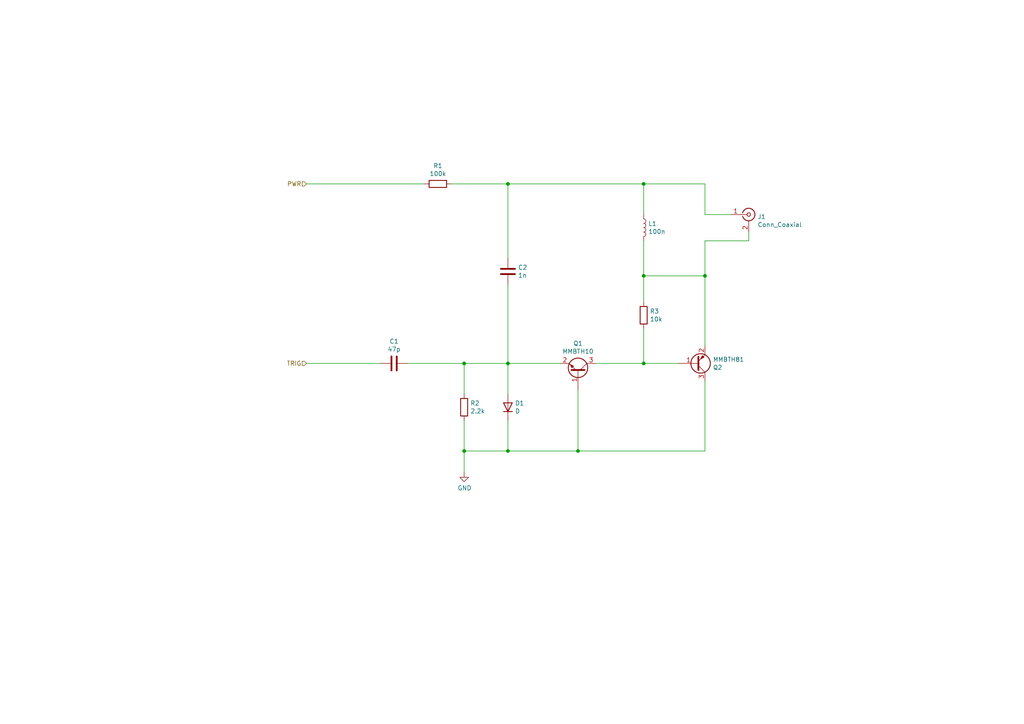
<source format=kicad_sch>
(kicad_sch (version 20211123) (generator eeschema)
  (paper "A4")
  (lib_symbols
    (symbol "Connector:Conn_Coaxial" (pin_names (offset 1.016) hide)
      (property "Reference" "J" (at 0.254 3.048 0))
      (property "Value" "Conn_Coaxial" (at 2.921 0 90))
      (symbol "Conn_Coaxial_0_1"
        (arc (start -1.778 -0.508) (mid 0.222 -1.808) (end 1.778 0) (stroke (width 0.254)))
        (polyline (pts (xy -2.54 0) (xy -0.508 0)))
        (polyline (pts (xy 0 -2.54) (xy 0 -1.778)))
        (circle (center 0 0) (radius 0.508) (stroke (width 0.2032)))
        (arc (start 1.778 0) (mid 0.222 1.8083) (end -1.778 0.508) (stroke (width 0.254)))
      )
      (symbol "Conn_Coaxial_1_1"
        (pin passive line (at -5.08 0 0) (length 2.54) (name "In") (number "1"))
        (pin passive line (at 0 -5.08 90) (length 2.54) (name "Ext") (number "2"))
      )
    )
    (symbol "Device:C" (pin_numbers hide) (pin_names (offset 0.254))
      (property "Reference" "C" (at 0.635 2.54 0))
      (property "Value" "C" (at 0.635 -2.54 0))
      (symbol "C_0_1"
        (polyline (pts (xy -2.032 -0.762) (xy 2.032 -0.762)) (stroke (width 0.508)))
        (polyline (pts (xy -2.032 0.762) (xy 2.032 0.762)) (stroke (width 0.508)))
      )
      (symbol "C_1_1"
        (pin passive line (at 0 3.81 270) (length 2.794) (name "~") (number "1"))
        (pin passive line (at 0 -3.81 90) (length 2.794) (name "~") (number "2"))
      )
    )
    (symbol "Device:D" (pin_numbers hide) (pin_names (offset 1.016) hide)
      (property "Reference" "D" (at 0 2.54 0))
      (property "Value" "D" (at 0 -2.54 0))
      (symbol "D_0_1"
        (polyline (pts (xy -1.27 1.27) (xy -1.27 -1.27)) (stroke (width 0.254)))
        (polyline (pts (xy 1.27 0) (xy -1.27 0)))
        (polyline (pts (xy 1.27 1.27) (xy 1.27 -1.27) (xy -1.27 0) (xy 1.27 1.27)) (stroke (width 0.254)))
      )
      (symbol "D_1_1"
        (pin passive line (at -3.81 0 0) (length 2.54) (name "K") (number "1"))
        (pin passive line (at 3.81 0 180) (length 2.54) (name "A") (number "2"))
      )
    )
    (symbol "Device:L" (pin_numbers hide) (pin_names (offset 1.016) hide)
      (property "Reference" "L" (at -1.27 0 90))
      (property "Value" "L" (at 1.905 0 90))
      (symbol "L_0_1"
        (arc (start 0 -2.54) (mid 0.635 -1.905) (end 0 -1.27))
        (arc (start 0 -1.27) (mid 0.635 -0.635) (end 0 0))
        (arc (start 0 0) (mid 0.635 0.635) (end 0 1.27))
        (arc (start 0 1.27) (mid 0.635 1.905) (end 0 2.54))
      )
      (symbol "L_1_1"
        (pin passive line (at 0 3.81 270) (length 1.27) (name "1") (number "1"))
        (pin passive line (at 0 -3.81 90) (length 1.27) (name "2") (number "2"))
      )
    )
    (symbol "Device:Q_NPN_BEC" (pin_names (offset 0) hide)
      (property "Reference" "Q" (at 5.08 1.27 0))
      (property "Value" "Q_NPN_BEC" (at 5.08 -1.27 0))
      (symbol "Q_NPN_BEC_0_1"
        (polyline (pts (xy 0.635 0.635) (xy 2.54 2.54)))
        (polyline (pts (xy 0.635 -0.635) (xy 2.54 -2.54) (xy 2.54 -2.54)))
        (polyline (pts (xy 0.635 1.905) (xy 0.635 -1.905) (xy 0.635 -1.905)) (stroke (width 0.508)))
        (polyline (pts (xy 1.27 -1.778) (xy 1.778 -1.27) (xy 2.286 -2.286) (xy 1.27 -1.778) (xy 1.27 -1.778)) (fill (type outline)))
        (circle (center 1.27 0) (radius 2.8194) (stroke (width 0.254)))
      )
      (symbol "Q_NPN_BEC_1_1"
        (pin input line (at -5.08 0 0) (length 5.715) (name "B") (number "1"))
        (pin passive line (at 2.54 -5.08 90) (length 2.54) (name "E") (number "2"))
        (pin passive line (at 2.54 5.08 270) (length 2.54) (name "C") (number "3"))
      )
    )
    (symbol "Device:Q_PNP_BEC" (pin_names (offset 0) hide)
      (property "Reference" "Q" (at 5.08 1.27 0))
      (property "Value" "Q_PNP_BEC" (at 5.08 -1.27 0))
      (symbol "Q_PNP_BEC_0_1"
        (polyline (pts (xy 0.635 0.635) (xy 2.54 2.54)))
        (polyline (pts (xy 0.635 -0.635) (xy 2.54 -2.54) (xy 2.54 -2.54)))
        (polyline (pts (xy 0.635 1.905) (xy 0.635 -1.905) (xy 0.635 -1.905)) (stroke (width 0.508)))
        (polyline (pts (xy 2.286 -1.778) (xy 1.778 -2.286) (xy 1.27 -1.27) (xy 2.286 -1.778) (xy 2.286 -1.778)) (fill (type outline)))
        (circle (center 1.27 0) (radius 2.8194) (stroke (width 0.254)))
      )
      (symbol "Q_PNP_BEC_1_1"
        (pin input line (at -5.08 0 0) (length 5.715) (name "B") (number "1"))
        (pin passive line (at 2.54 -5.08 90) (length 2.54) (name "E") (number "2"))
        (pin passive line (at 2.54 5.08 270) (length 2.54) (name "C") (number "3"))
      )
    )
    (symbol "Device:R" (pin_numbers hide) (pin_names (offset 0))
      (property "Reference" "R" (at 2.032 0 90))
      (property "Value" "R" (at 0 0 90))
      (symbol "R_0_1"
        (rectangle (start -1.016 -2.54) (end 1.016 2.54) (stroke (width 0.254)))
      )
      (symbol "R_1_1"
        (pin passive line (at 0 3.81 270) (length 1.27) (name "~") (number "1"))
        (pin passive line (at 0 -3.81 90) (length 1.27) (name "~") (number "2"))
      )
    )
    (symbol "power:GND" (power) (pin_names (offset 0))
      (property "Value" "GND" (at 0 -3.81 0))
      (symbol "GND_0_1"
        (polyline (pts (xy 0 0) (xy 0 -1.27) (xy 1.27 -1.27) (xy 0 -2.54) (xy -1.27 -1.27) (xy 0 -1.27)))
      )
      (symbol "GND_1_1"
        (pin power_in line (at 0 0 270) (length 0) hide (name "GND") (number "1"))
      )
    )
  )
  (junction (at 167.64 130.81))
  (junction (at 134.62 105.41))
  (junction (at 186.69 105.41))
  (junction (at 147.32 105.41))
  (junction (at 186.69 53.34))
  (junction (at 204.47 80.01))
  (junction (at 147.32 130.81))
  (junction (at 147.32 53.34))
  (junction (at 186.69 80.01))
  (junction (at 134.62 130.81))
  (wire (pts (xy 186.69 62.23) (xy 186.69 53.34)))
  (wire (pts (xy 172.72 105.41) (xy 186.69 105.41)))
  (wire (pts (xy 162.56 105.41) (xy 147.32 105.41)))
  (wire (pts (xy 147.32 130.81) (xy 167.64 130.81)))
  (wire (pts (xy 147.32 74.93) (xy 147.32 53.34)))
  (wire (pts (xy 204.47 80.01) (xy 186.69 80.01)))
  (wire (pts (xy 110.49 105.41) (xy 88.9 105.41)))
  (wire (pts (xy 186.69 95.25) (xy 186.69 105.41)))
  (wire (pts (xy 130.81 53.34) (xy 147.32 53.34)))
  (wire (pts (xy 186.69 105.41) (xy 196.85 105.41)))
  (wire (pts (xy 134.62 130.81) (xy 134.62 137.16)))
  (wire (pts (xy 123.19 53.34) (xy 88.9 53.34)))
  (wire (pts (xy 212.09 62.23) (xy 204.47 62.23)))
  (wire (pts (xy 204.47 69.85) (xy 204.47 80.01)))
  (wire (pts (xy 167.64 130.81) (xy 167.64 113.03)))
  (wire (pts (xy 147.32 105.41) (xy 147.32 114.3)))
  (wire (pts (xy 147.32 121.92) (xy 147.32 130.81)))
  (wire (pts (xy 186.69 80.01) (xy 186.69 69.85)))
  (wire (pts (xy 204.47 100.33) (xy 204.47 80.01)))
  (wire (pts (xy 147.32 105.41) (xy 134.62 105.41)))
  (wire (pts (xy 134.62 130.81) (xy 147.32 130.81)))
  (wire (pts (xy 204.47 110.49) (xy 204.47 130.81)))
  (wire (pts (xy 134.62 114.3) (xy 134.62 105.41)))
  (wire (pts (xy 147.32 53.34) (xy 186.69 53.34)))
  (wire (pts (xy 186.69 53.34) (xy 204.47 53.34)))
  (wire (pts (xy 217.17 67.31) (xy 217.17 69.85)))
  (wire (pts (xy 204.47 53.34) (xy 204.47 62.23)))
  (wire (pts (xy 134.62 121.92) (xy 134.62 130.81)))
  (wire (pts (xy 134.62 105.41) (xy 118.11 105.41)))
  (wire (pts (xy 217.17 69.85) (xy 204.47 69.85)))
  (wire (pts (xy 186.69 80.01) (xy 186.69 87.63)))
  (wire (pts (xy 147.32 82.55) (xy 147.32 105.41)))
  (wire (pts (xy 204.47 130.81) (xy 167.64 130.81)))
  (hierarchical_label "PWR" (shape input) (at 88.9 53.34 180))
  (hierarchical_label "TRIG" (shape input) (at 88.9 105.41 180))
  (symbol (lib_id "Device:Q_NPN_BEC") (at 167.64 107.95 270) (mirror x)
    (property "Reference" "Q1" (at 167.64 99.6188 90))
    (property "Value" "MMBTH10" (at 167.64 101.9302 90))
    (property "Footprint" "Package_TO_SOT_SMD:SOT-23" (effects hide))
  )
  (symbol (lib_id "Device:Q_PNP_BEC") (at 201.93 105.41 0) (mirror x)
    (property "Reference" "Q2" (at 206.756 106.5784 0) (effects (justify left)))
    (property "Value" "MMBTH81" (at 206.756 104.267 0) (effects (justify left)))
    (property "Footprint" "Package_TO_SOT_SMD:SOT-23" (effects hide))
  )
  (symbol (lib_id "Device:D") (at 147.32 118.11 90)
    (property "Reference" "D1" (at 149.352 116.9416 90) (effects (justify right)))
    (property "Value" "D" (at 149.352 119.253 90) (effects (justify right)))
    (property "Footprint" "Diode_SMD:D_SOD-123" (effects hide))
  )
  (symbol (lib_id "Device:R") (at 186.69 91.44 0)
    (property "Reference" "R3" (at 188.468 90.2716 0) (effects (justify left)))
    (property "Value" "10k" (at 188.468 92.583 0) (effects (justify left)))
    (property "Footprint" "Resistor_SMD:R_0603_1608Metric" (effects hide))
  )
  (symbol (lib_id "Device:R") (at 134.62 118.11 0)
    (property "Reference" "R2" (at 136.398 116.9416 0) (effects (justify left)))
    (property "Value" "2.2k" (at 136.398 119.253 0) (effects (justify left)))
    (property "Footprint" "Resistor_SMD:R_0603_1608Metric" (effects hide))
  )
  (symbol (lib_id "Device:C") (at 147.32 78.74 0)
    (property "Reference" "C2" (at 150.241 77.5716 0) (effects (justify left)))
    (property "Value" "1n" (at 150.241 79.883 0) (effects (justify left)))
    (property "Footprint" "Capacitor_SMD:C_0603_1608Metric" (effects hide))
  )
  (symbol (lib_id "Device:C") (at 114.3 105.41 270)
    (property "Reference" "C1" (at 114.3 99.0092 90))
    (property "Value" "47p" (at 114.3 101.3206 90))
    (property "Footprint" "Capacitor_SMD:C_0603_1608Metric" (effects hide))
  )
  (symbol (lib_id "Device:L") (at 186.69 66.04 0)
    (property "Reference" "L1" (at 188.0108 64.8716 0) (effects (justify left)))
    (property "Value" "100n" (at 188.0108 67.183 0) (effects (justify left)))
    (property "Footprint" "Inductor_SMD:L_0603_1608Metric" (effects hide))
  )
  (symbol (lib_id "Device:R") (at 127 53.34 270)
    (property "Reference" "R1" (at 127 48.0822 90))
    (property "Value" "100k" (at 127 50.3936 90))
    (property "Footprint" "Resistor_SMD:R_0603_1608Metric" (effects hide))
  )
  (symbol (lib_id "power:GND") (at 134.62 137.16 0)
    (property "Reference" "#PWR0101" (effects hide))
    (property "Value" "GND" (at 134.747 141.5542 0))
  )
  (symbol (lib_id "Connector:Conn_Coaxial") (at 217.17 62.23 0)
    (property "Reference" "J1" (at 219.71 62.865 0) (effects (justify left)))
    (property "Value" "Conn_Coaxial" (at 219.71 65.1764 0) (effects (justify left)))
    (property "Footprint" "Connector_Coaxial:U.FL_Hirose_U.FL-R-SMT-1_Vertical" (effects hide))
    (property "Datasheet" " ~" (effects hide))
  )
)
</source>
